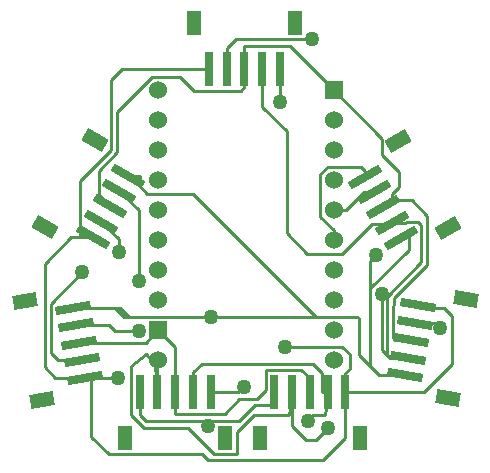
<source format=gbl>
G04*
G04 #@! TF.GenerationSoftware,Altium Limited,Altium Designer,21.6.4 (81)*
G04*
G04 Layer_Physical_Order=2*
G04 Layer_Color=16711680*
%FSLAX44Y44*%
%MOMM*%
G71*
G04*
G04 #@! TF.SameCoordinates,662A1053-D2FE-41ED-9168-75848B50F108*
G04*
G04*
G04 #@! TF.FilePolarity,Positive*
G04*
G01*
G75*
%ADD14C,0.2540*%
%ADD17R,0.7112X2.9972*%
%ADD26R,1.1938X2.0066*%
%ADD28C,1.5240*%
%ADD29R,1.5240X1.5240*%
%ADD30C,1.2700*%
G04:AMPARAMS|DCode=31|XSize=2.0066mm|YSize=1.1938mm|CornerRadius=0mm|HoleSize=0mm|Usage=FLASHONLY|Rotation=350.000|XOffset=0mm|YOffset=0mm|HoleType=Round|Shape=Rectangle|*
%AMROTATEDRECTD31*
4,1,4,-1.0917,-0.4136,-0.8844,0.7621,1.0917,0.4136,0.8844,-0.7621,-1.0917,-0.4136,0.0*
%
%ADD31ROTATEDRECTD31*%

G04:AMPARAMS|DCode=32|XSize=0.7112mm|YSize=2.9972mm|CornerRadius=0mm|HoleSize=0mm|Usage=FLASHONLY|Rotation=80.000|XOffset=0mm|YOffset=0mm|HoleType=Round|Shape=Rectangle|*
%AMROTATEDRECTD32*
4,1,4,1.4141,-0.6104,-1.5376,-0.0900,-1.4141,0.6104,1.5376,0.0900,1.4141,-0.6104,0.0*
%
%ADD32ROTATEDRECTD32*%

G04:AMPARAMS|DCode=33|XSize=2.0066mm|YSize=1.1938mm|CornerRadius=0mm|HoleSize=0mm|Usage=FLASHONLY|Rotation=30.000|XOffset=0mm|YOffset=0mm|HoleType=Round|Shape=Rectangle|*
%AMROTATEDRECTD33*
4,1,4,-0.5704,-1.0186,-1.1673,0.0153,0.5704,1.0186,1.1673,-0.0153,-0.5704,-1.0186,0.0*
%
%ADD33ROTATEDRECTD33*%

G04:AMPARAMS|DCode=34|XSize=0.7112mm|YSize=2.9972mm|CornerRadius=0mm|HoleSize=0mm|Usage=FLASHONLY|Rotation=120.000|XOffset=0mm|YOffset=0mm|HoleType=Round|Shape=Rectangle|*
%AMROTATEDRECTD34*
4,1,4,1.4756,0.4413,-1.1200,-1.0573,-1.4756,-0.4413,1.1200,1.0573,1.4756,0.4413,0.0*
%
%ADD34ROTATEDRECTD34*%

G04:AMPARAMS|DCode=35|XSize=2.0066mm|YSize=1.1938mm|CornerRadius=0mm|HoleSize=0mm|Usage=FLASHONLY|Rotation=190.000|XOffset=0mm|YOffset=0mm|HoleType=Round|Shape=Rectangle|*
%AMROTATEDRECTD35*
4,1,4,0.8844,0.7621,1.0917,-0.4136,-0.8844,-0.7621,-1.0917,0.4136,0.8844,0.7621,0.0*
%
%ADD35ROTATEDRECTD35*%

G04:AMPARAMS|DCode=36|XSize=0.7112mm|YSize=2.9972mm|CornerRadius=0mm|HoleSize=0mm|Usage=FLASHONLY|Rotation=280.000|XOffset=0mm|YOffset=0mm|HoleType=Round|Shape=Rectangle|*
%AMROTATEDRECTD36*
4,1,4,-1.5376,0.0900,1.4141,0.6104,1.5376,-0.0900,-1.4141,-0.6104,-1.5376,0.0900,0.0*
%
%ADD36ROTATEDRECTD36*%

G04:AMPARAMS|DCode=37|XSize=2.0066mm|YSize=1.1938mm|CornerRadius=0mm|HoleSize=0mm|Usage=FLASHONLY|Rotation=150.000|XOffset=0mm|YOffset=0mm|HoleType=Round|Shape=Rectangle|*
%AMROTATEDRECTD37*
4,1,4,1.1673,0.0153,0.5704,-1.0186,-1.1673,-0.0153,-0.5704,1.0186,1.1673,0.0153,0.0*
%
%ADD37ROTATEDRECTD37*%

G04:AMPARAMS|DCode=38|XSize=0.7112mm|YSize=2.9972mm|CornerRadius=0mm|HoleSize=0mm|Usage=FLASHONLY|Rotation=240.000|XOffset=0mm|YOffset=0mm|HoleType=Round|Shape=Rectangle|*
%AMROTATEDRECTD38*
4,1,4,-1.1200,1.0573,1.4756,-0.4413,1.1200,-1.0573,-1.4756,0.4413,-1.1200,1.0573,0.0*
%
%ADD38ROTATEDRECTD38*%

D14*
X928114Y1337752D02*
X930649Y1339215D01*
X905764Y1359481D02*
Y1363980D01*
X700024Y1450848D02*
X773320D01*
X673862Y1189322D02*
X695960D01*
X668279D02*
X673862D01*
X664101Y1308209D02*
Y1355562D01*
X656590Y1308209D02*
X664101D01*
X774700Y1176782D02*
X797560D01*
X673862Y1138936D02*
Y1189322D01*
X928370Y1320509D02*
X940054D01*
X928370Y1319276D02*
Y1320509D01*
X911352Y1319276D02*
X928370D01*
X926418Y1206166D02*
X926591D01*
X727480Y1201100D02*
X729700Y1198880D01*
X719709Y1208871D02*
X727480Y1201100D01*
X942480Y1297572D02*
Y1311405D01*
X909828Y1264920D02*
Y1287780D01*
Y1198880D02*
Y1264920D01*
Y1198880D02*
X917314Y1191394D01*
X900176Y1208532D02*
X909828Y1198880D01*
X774900Y1240790D02*
X863854D01*
X701802D02*
X705612D01*
X714756Y1351280D02*
Y1360170D01*
X694182Y1248410D02*
X697992D01*
X812038Y1165860D02*
X828760D01*
X767588Y1152906D02*
X799084D01*
X719836D02*
X767588D01*
X744700Y1177290D02*
Y1215000D01*
X730340Y1229360D02*
X744700Y1215000D01*
X878840Y1330960D02*
X889217D01*
X904748Y1346491D01*
X913250D01*
X857250Y1152906D02*
X861568Y1157224D01*
X871220D01*
X873760Y1177290D01*
X947420Y1235710D02*
X964692D01*
X969264Y1231138D01*
X729700Y1177290D02*
Y1198880D01*
X707136D02*
X719709Y1208871D01*
X707136Y1157986D02*
Y1198880D01*
Y1157986D02*
X718566Y1146556D01*
X755292D01*
X777421Y1124427D01*
X796979D01*
Y1143435D01*
X811248Y1157704D01*
X840740D01*
X843760Y1177290D01*
X713740Y1271270D02*
Y1330789D01*
X697350Y1347179D02*
X713740Y1330789D01*
X843760Y1148080D02*
Y1177290D01*
Y1148080D02*
X855162Y1136678D01*
X863882D01*
X874110Y1146906D01*
X727480Y1201100D02*
X730340Y1203960D01*
X727480Y1201100D02*
X729700Y1177290D01*
X917314Y1191394D02*
X939606D01*
X898906Y1240790D02*
X900176Y1239520D01*
X863854Y1240790D02*
X898906D01*
X759714Y1344930D02*
X863854Y1240790D01*
X721106Y1344930D02*
X759714D01*
X714756Y1351280D02*
X721106Y1344930D01*
X704850Y1360170D02*
X714756D01*
X935750Y1307519D02*
X942480Y1311405D01*
X909828Y1264920D02*
X942480Y1297572D01*
X900176Y1208532D02*
Y1239520D01*
X694182Y1248410D02*
X701802Y1240790D01*
X657860Y1248410D02*
X694182D01*
X833320Y1422908D02*
Y1450690D01*
X909828Y1287780D02*
X915162Y1293114D01*
X645160Y1204094D02*
X665674D01*
X639237Y1210016D02*
X645160Y1204094D01*
X639237Y1210016D02*
Y1251885D01*
X666242Y1278890D01*
X705612Y1240790D02*
X774900D01*
X697992Y1248410D02*
X705612Y1240790D01*
X928250Y1320509D02*
X928370D01*
X886206Y1294130D02*
X911352Y1319276D01*
X856742Y1294130D02*
X886206D01*
X839216Y1311656D02*
X856742Y1294130D01*
X839216Y1311656D02*
Y1397694D01*
X818320Y1418590D02*
X839216Y1397694D01*
X818320Y1418590D02*
Y1450690D01*
X828760Y1165860D02*
Y1177290D01*
X799084Y1152906D02*
X812038Y1165860D01*
X643128Y1189322D02*
X668279D01*
X634157Y1198292D02*
X643128Y1189322D01*
X634157Y1198292D02*
Y1285776D01*
X656590Y1308209D01*
X719846Y1218866D02*
X730340Y1229360D01*
X663070Y1218866D02*
X719846D01*
X693634Y1229106D02*
X713740D01*
X689102Y1233638D02*
X693634Y1229106D01*
X660464Y1233638D02*
X689102D01*
X767588Y1152906D02*
X772160Y1148334D01*
X714700Y1158042D02*
X719836Y1152906D01*
X714700Y1158042D02*
Y1177290D01*
X837438Y1215390D02*
X886206D01*
X892556Y1209040D01*
Y1196834D02*
Y1209040D01*
X888760Y1193038D02*
X892556Y1196834D01*
X888760Y1177290D02*
Y1193038D01*
X950024Y1250482D02*
X961281Y1248497D01*
X972225D01*
X979424Y1241298D01*
Y1200912D02*
Y1241298D01*
X955802Y1177290D02*
X979424Y1200912D01*
X888760Y1177290D02*
X955802D01*
X868680D02*
X873760D01*
X868680D02*
Y1193546D01*
X861060Y1201166D02*
X868680Y1193546D01*
X767066Y1201166D02*
X861060D01*
X759700Y1193800D02*
X767066Y1201166D01*
X759700Y1177290D02*
Y1193800D01*
X801878Y1181100D02*
X802640D01*
X797560Y1176782D02*
X801878Y1181100D01*
X774700Y1176782D02*
Y1177290D01*
X744700Y1158494D02*
Y1177290D01*
Y1158494D02*
X786638D01*
X799084Y1170940D01*
X813774D01*
X821394Y1178560D01*
Y1196086D01*
X851394D01*
X858760Y1188720D01*
Y1177290D02*
Y1188720D01*
X919988Y1212596D02*
X926418Y1206166D01*
X919988Y1212596D02*
Y1259840D01*
X940054Y1320509D02*
X940345Y1320800D01*
X950722D01*
X953262Y1318260D01*
Y1287018D02*
Y1318260D01*
X923717Y1257473D02*
X953262Y1287018D01*
X923717Y1209040D02*
Y1257473D01*
Y1209040D02*
X926591Y1206166D01*
X942210D01*
X795940Y1475740D02*
X860806D01*
X788320Y1468120D02*
X795940Y1475740D01*
X788320Y1450690D02*
Y1468120D01*
X773320Y1450690D02*
Y1450848D01*
X690607Y1441431D02*
X700024Y1450848D01*
X690607Y1382067D02*
Y1441431D01*
X664101Y1355562D02*
X690607Y1382067D01*
X664101Y1308209D02*
X674850D01*
X930649Y1339215D02*
Y1339342D01*
X944880D01*
X958342Y1325880D01*
Y1284478D02*
Y1325880D01*
X930358Y1256494D02*
X958342Y1284478D01*
X930358Y1251173D02*
Y1256494D01*
X928797Y1249612D02*
X930358Y1251173D01*
X928797Y1223305D02*
Y1249612D01*
Y1223305D02*
X931164Y1220938D01*
X944816D01*
X673862Y1138936D02*
X688594Y1124204D01*
X767484D01*
X772341Y1119347D01*
X870187D01*
X888760Y1137920D01*
Y1177290D01*
X696976Y1295908D02*
Y1306573D01*
X682350Y1321199D02*
X696976Y1306573D01*
X803320Y1435018D02*
Y1450690D01*
X800100Y1431798D02*
X803320Y1435018D01*
X760984Y1431798D02*
X800100D01*
X748792Y1443990D02*
X760984Y1431798D01*
X725170Y1443990D02*
X748792D01*
X695687Y1414507D02*
X725170Y1443990D01*
X695687Y1379963D02*
Y1414507D01*
X679958Y1364234D02*
X695687Y1379963D01*
X679958Y1344081D02*
Y1364234D01*
Y1344081D02*
X689850Y1334189D01*
X878840Y1305560D02*
Y1313942D01*
X867410Y1325372D02*
X878840Y1313942D01*
X867410Y1325372D02*
Y1361440D01*
X873760Y1367790D01*
X901954D01*
X905764Y1363980D01*
X905750Y1359481D02*
X905764D01*
X920750Y1333500D02*
X928114Y1337752D01*
Y1344422D01*
X934212Y1350520D01*
Y1363726D01*
X919988Y1377950D02*
X934212Y1363726D01*
X919988Y1377950D02*
Y1391412D01*
X878840Y1432560D02*
X919988Y1391412D01*
X803320Y1450690D02*
Y1469644D01*
X841756D01*
X878840Y1432560D01*
D17*
X773320Y1450690D02*
D03*
X788320D02*
D03*
X803320D02*
D03*
X818320D02*
D03*
X833320D02*
D03*
X774700Y1177290D02*
D03*
X759700D02*
D03*
X744700D02*
D03*
X729700D02*
D03*
X714700D02*
D03*
X888760D02*
D03*
X873760D02*
D03*
X858760D02*
D03*
X843760D02*
D03*
X828760D02*
D03*
D26*
X760820Y1489710D02*
D03*
X845820D02*
D03*
X787200Y1138270D02*
D03*
X702200D02*
D03*
X901260D02*
D03*
X816260D02*
D03*
D28*
X730340Y1330960D02*
D03*
Y1356360D02*
D03*
Y1381760D02*
D03*
Y1407160D02*
D03*
Y1432560D02*
D03*
X878840Y1203960D02*
D03*
Y1229360D02*
D03*
Y1254760D02*
D03*
Y1280160D02*
D03*
Y1305560D02*
D03*
Y1330960D02*
D03*
Y1356360D02*
D03*
Y1381760D02*
D03*
Y1407160D02*
D03*
X730340Y1305560D02*
D03*
Y1280160D02*
D03*
Y1254760D02*
D03*
Y1203960D02*
D03*
D29*
X878840Y1432560D02*
D03*
X730340Y1229360D02*
D03*
D30*
X857250Y1152906D02*
D03*
X969264Y1231138D02*
D03*
X713740Y1271270D02*
D03*
X874110Y1146906D02*
D03*
X833320Y1422908D02*
D03*
X915162Y1293114D02*
D03*
X666242Y1278890D02*
D03*
X774900Y1240790D02*
D03*
X713740Y1229106D02*
D03*
X772160Y1148334D02*
D03*
X837438Y1215390D02*
D03*
X695960Y1189322D02*
D03*
X802640Y1181100D02*
D03*
X919988Y1259840D02*
D03*
X860806Y1475740D02*
D03*
X696976Y1295908D02*
D03*
D31*
X990622Y1256016D02*
D03*
X975862Y1172308D02*
D03*
D32*
X950024Y1250482D02*
D03*
X947420Y1235710D02*
D03*
X944816Y1220938D02*
D03*
X942210Y1206166D02*
D03*
X939606Y1191394D02*
D03*
D33*
X933292Y1389816D02*
D03*
X975792Y1316204D02*
D03*
D34*
X905750Y1359481D02*
D03*
X913250Y1346491D02*
D03*
X920750Y1333500D02*
D03*
X928250Y1320509D02*
D03*
X935750Y1307519D02*
D03*
D35*
X632022Y1170236D02*
D03*
X617262Y1253944D02*
D03*
D36*
X668279Y1189322D02*
D03*
X665674Y1204094D02*
D03*
X663070Y1218866D02*
D03*
X660464Y1233638D02*
D03*
X657860Y1248410D02*
D03*
D37*
X634808Y1316893D02*
D03*
X677308Y1390505D02*
D03*
D38*
X674850Y1308209D02*
D03*
X682350Y1321199D02*
D03*
X689850Y1334189D02*
D03*
X697350Y1347179D02*
D03*
X704850Y1360170D02*
D03*
M02*

</source>
